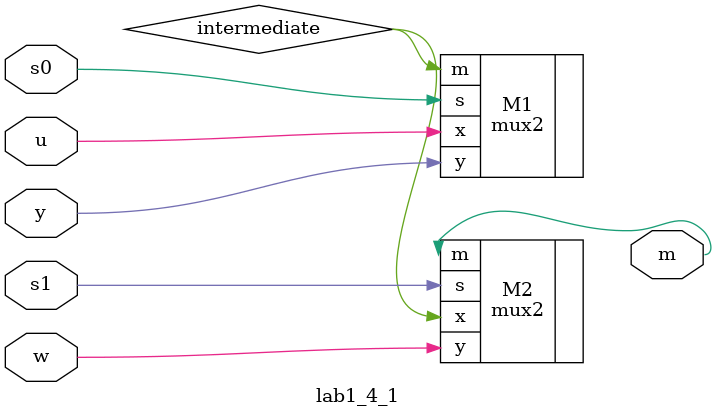
<source format=v>

module lab1_4_1(
    input u,
    input y,
    input w,
    input s0,
    input s1,
    output m
    );
    wire intermediate;
    mux2 M1 (.x(u), .y(y), .s(s0), .m(intermediate));
    mux2 M2 (.x(intermediate), .y(w), .s(s1), .m(m));

endmodule

</source>
